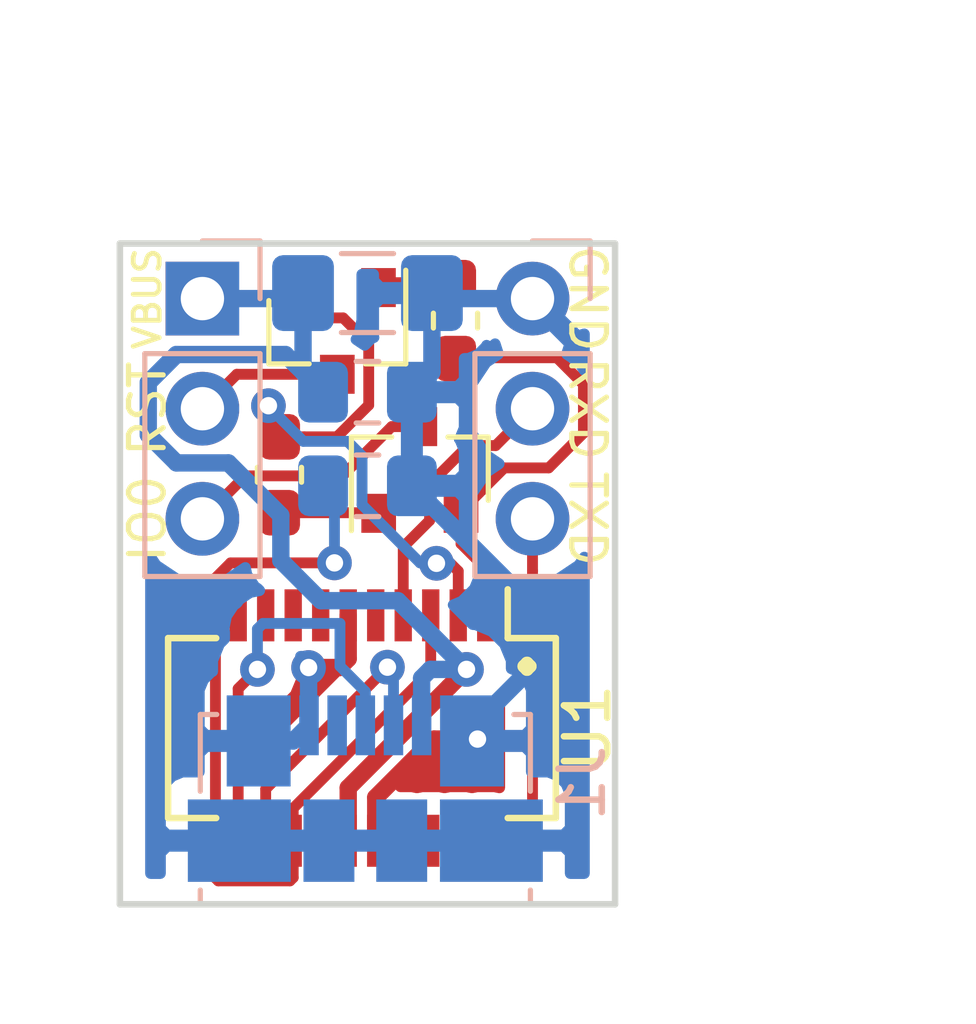
<source format=kicad_pcb>
(kicad_pcb (version 20171130) (host pcbnew 5.0.0)

  (general
    (thickness 1.6)
    (drawings 13)
    (tracks 130)
    (zones 0)
    (modules 11)
    (nets 24)
  )

  (page A4)
  (layers
    (0 F.Cu signal)
    (31 B.Cu signal)
    (32 B.Adhes user)
    (33 F.Adhes user)
    (34 B.Paste user)
    (35 F.Paste user)
    (36 B.SilkS user)
    (37 F.SilkS user)
    (38 B.Mask user)
    (39 F.Mask user)
    (40 Dwgs.User user)
    (41 Cmts.User user)
    (42 Eco1.User user)
    (43 Eco2.User user)
    (44 Edge.Cuts user)
    (45 Margin user)
    (46 B.CrtYd user)
    (47 F.CrtYd user)
    (48 B.Fab user)
    (49 F.Fab user)
  )

  (setup
    (last_trace_width 0.25)
    (trace_clearance 0.2)
    (zone_clearance 0.508)
    (zone_45_only no)
    (trace_min 0.2)
    (segment_width 0.2)
    (edge_width 0.15)
    (via_size 0.8)
    (via_drill 0.4)
    (via_min_size 0.4)
    (via_min_drill 0.3)
    (uvia_size 0.3)
    (uvia_drill 0.1)
    (uvias_allowed no)
    (uvia_min_size 0.2)
    (uvia_min_drill 0.1)
    (pcb_text_width 0.3)
    (pcb_text_size 1.5 1.5)
    (mod_edge_width 0.15)
    (mod_text_size 1 1)
    (mod_text_width 0.15)
    (pad_size 1.75 0.45)
    (pad_drill 0)
    (pad_to_mask_clearance 0.2)
    (aux_axis_origin 0 0)
    (visible_elements FFFFFF7F)
    (pcbplotparams
      (layerselection 0x010f0_ffffffff)
      (usegerberextensions true)
      (usegerberattributes false)
      (usegerberadvancedattributes false)
      (creategerberjobfile false)
      (excludeedgelayer true)
      (linewidth 0.100000)
      (plotframeref false)
      (viasonmask false)
      (mode 1)
      (useauxorigin false)
      (hpglpennumber 1)
      (hpglpenspeed 20)
      (hpglpendiameter 15.000000)
      (psnegative false)
      (psa4output false)
      (plotreference true)
      (plotvalue false)
      (plotinvisibletext false)
      (padsonsilk false)
      (subtractmaskfromsilk true)
      (outputformat 1)
      (mirror false)
      (drillshape 0)
      (scaleselection 1)
      (outputdirectory ""))
  )

  (net 0 "")
  (net 1 "Net-(Q1-Pad1)")
  (net 2 GND)
  (net 3 /3v3)
  (net 4 /USBDM)
  (net 5 /USBDP)
  (net 6 "Net-(Q2-Pad1)")
  (net 7 VBUS)
  (net 8 TXD)
  (net 9 RXD)
  (net 10 DTR)
  (net 11 RTS)
  (net 12 "Net-(J1-Pad4)")
  (net 13 RESET)
  (net 14 IO0)
  (net 15 "Net-(U1-Pad5)")
  (net 16 "Net-(U1-Pad7)")
  (net 17 "Net-(U1-Pad8)")
  (net 18 "Net-(U1-Pad9)")
  (net 19 "Net-(U1-Pad10)")
  (net 20 "Net-(U1-Pad14)")
  (net 21 "Net-(U1-Pad17)")
  (net 22 "Net-(U1-Pad18)")
  (net 23 "Net-(U1-Pad19)")

  (net_class Default "これはデフォルトのネット クラスです。"
    (clearance 0.2)
    (trace_width 0.25)
    (via_dia 0.8)
    (via_drill 0.4)
    (uvia_dia 0.3)
    (uvia_drill 0.1)
    (add_net /3v3)
    (add_net /USBDM)
    (add_net /USBDP)
    (add_net DTR)
    (add_net IO0)
    (add_net "Net-(J1-Pad4)")
    (add_net "Net-(Q1-Pad1)")
    (add_net "Net-(Q2-Pad1)")
    (add_net "Net-(U1-Pad10)")
    (add_net "Net-(U1-Pad14)")
    (add_net "Net-(U1-Pad17)")
    (add_net "Net-(U1-Pad18)")
    (add_net "Net-(U1-Pad19)")
    (add_net "Net-(U1-Pad5)")
    (add_net "Net-(U1-Pad7)")
    (add_net "Net-(U1-Pad8)")
    (add_net "Net-(U1-Pad9)")
    (add_net RESET)
    (add_net RTS)
    (add_net RXD)
    (add_net TXD)
  )

  (net_class Power ""
    (clearance 0.2)
    (trace_width 0.4)
    (via_dia 0.8)
    (via_drill 0.4)
    (uvia_dia 0.3)
    (uvia_drill 0.1)
    (add_net GND)
    (add_net VBUS)
  )

  (module Capacitor_SMD:C_0805_2012Metric_Pad1.15x1.40mm_HandSolder (layer B.Cu) (tedit 5BE57C01) (tstamp 5BA72743)
    (at 151.13 101.219)
    (descr "Capacitor SMD 0805 (2012 Metric), square (rectangular) end terminal, IPC_7351 nominal with elongated pad for handsoldering. (Body size source: https://docs.google.com/spreadsheets/d/1BsfQQcO9C6DZCsRaXUlFlo91Tg2WpOkGARC1WS5S8t0/edit?usp=sharing), generated with kicad-footprint-generator")
    (tags "capacitor handsolder")
    (path /5BA5A511)
    (attr smd)
    (fp_text reference C1 (at 0 1.524) (layer B.SilkS) hide
      (effects (font (size 0.8 0.8) (thickness 0.12)) (justify mirror))
    )
    (fp_text value 0.1uF (at 0 -1.65) (layer B.Fab)
      (effects (font (size 1 1) (thickness 0.15)) (justify mirror))
    )
    (fp_line (start -1 -0.6) (end -1 0.6) (layer B.Fab) (width 0.1))
    (fp_line (start -1 0.6) (end 1 0.6) (layer B.Fab) (width 0.1))
    (fp_line (start 1 0.6) (end 1 -0.6) (layer B.Fab) (width 0.1))
    (fp_line (start 1 -0.6) (end -1 -0.6) (layer B.Fab) (width 0.1))
    (fp_line (start -0.261252 0.71) (end 0.261252 0.71) (layer B.SilkS) (width 0.12))
    (fp_line (start -0.261252 -0.71) (end 0.261252 -0.71) (layer B.SilkS) (width 0.12))
    (fp_line (start -1.85 -0.95) (end -1.85 0.95) (layer B.CrtYd) (width 0.05))
    (fp_line (start -1.85 0.95) (end 1.85 0.95) (layer B.CrtYd) (width 0.05))
    (fp_line (start 1.85 0.95) (end 1.85 -0.95) (layer B.CrtYd) (width 0.05))
    (fp_line (start 1.85 -0.95) (end -1.85 -0.95) (layer B.CrtYd) (width 0.05))
    (fp_text user %R (at 0 0) (layer B.Fab)
      (effects (font (size 0.5 0.5) (thickness 0.08)) (justify mirror))
    )
    (pad 1 smd roundrect (at -1.025 0) (size 1.15 1.4) (layers B.Cu B.Paste B.Mask) (roundrect_rratio 0.217391)
      (net 7 VBUS))
    (pad 2 smd roundrect (at 1.025 0) (size 1.15 1.4) (layers B.Cu B.Paste B.Mask) (roundrect_rratio 0.217391)
      (net 2 GND))
    (model ${KISYS3DMOD}/Capacitor_SMD.3dshapes/C_0805_2012Metric.wrl
      (at (xyz 0 0 0))
      (scale (xyz 1 1 1))
      (rotate (xyz 0 0 0))
    )
  )

  (module Capacitor_SMD:C_1206_3216Metric_Pad1.42x1.75mm_HandSolder (layer B.Cu) (tedit 5BE57BF1) (tstamp 5BA72754)
    (at 151.13 98.933)
    (descr "Capacitor SMD 1206 (3216 Metric), square (rectangular) end terminal, IPC_7351 nominal with elongated pad for handsoldering. (Body size source: http://www.tortai-tech.com/upload/download/2011102023233369053.pdf), generated with kicad-footprint-generator")
    (tags "capacitor handsolder")
    (path /5BA5A5A4)
    (attr smd)
    (fp_text reference C2 (at 2.286 -1.397) (layer B.SilkS) hide
      (effects (font (size 0.8 0.8) (thickness 0.12)) (justify mirror))
    )
    (fp_text value 10uF (at 0 -1.82) (layer B.Fab)
      (effects (font (size 1 1) (thickness 0.15)) (justify mirror))
    )
    (fp_line (start -1.6 -0.8) (end -1.6 0.8) (layer B.Fab) (width 0.1))
    (fp_line (start -1.6 0.8) (end 1.6 0.8) (layer B.Fab) (width 0.1))
    (fp_line (start 1.6 0.8) (end 1.6 -0.8) (layer B.Fab) (width 0.1))
    (fp_line (start 1.6 -0.8) (end -1.6 -0.8) (layer B.Fab) (width 0.1))
    (fp_line (start -0.602064 0.91) (end 0.602064 0.91) (layer B.SilkS) (width 0.12))
    (fp_line (start -0.602064 -0.91) (end 0.602064 -0.91) (layer B.SilkS) (width 0.12))
    (fp_line (start -2.45 -1.12) (end -2.45 1.12) (layer B.CrtYd) (width 0.05))
    (fp_line (start -2.45 1.12) (end 2.45 1.12) (layer B.CrtYd) (width 0.05))
    (fp_line (start 2.45 1.12) (end 2.45 -1.12) (layer B.CrtYd) (width 0.05))
    (fp_line (start 2.45 -1.12) (end -2.45 -1.12) (layer B.CrtYd) (width 0.05))
    (fp_text user %R (at 0 0) (layer B.Fab)
      (effects (font (size 0.8 0.8) (thickness 0.12)) (justify mirror))
    )
    (pad 1 smd roundrect (at -1.4875 0) (size 1.425 1.75) (layers B.Cu B.Paste B.Mask) (roundrect_rratio 0.175439)
      (net 7 VBUS))
    (pad 2 smd roundrect (at 1.4875 0) (size 1.425 1.75) (layers B.Cu B.Paste B.Mask) (roundrect_rratio 0.175439)
      (net 2 GND))
    (model ${KISYS3DMOD}/Capacitor_SMD.3dshapes/C_1206_3216Metric.wrl
      (at (xyz 0 0 0))
      (scale (xyz 1 1 1))
      (rotate (xyz 0 0 0))
    )
  )

  (module Connector_USB:USB_Micro-B_Molex_47346-0001 (layer B.Cu) (tedit 5A1DC0BD) (tstamp 5BA72774)
    (at 151.0805 110.363 180)
    (descr "Micro USB B receptable with flange, bottom-mount, SMD, right-angle (http://www.molex.com/pdm_docs/sd/473460001_sd.pdf)")
    (tags "Micro B USB SMD")
    (path /5BA66B76)
    (attr smd)
    (fp_text reference J1 (at -5.0025 0.127 -90) (layer B.SilkS)
      (effects (font (size 1 1) (thickness 0.15)) (justify mirror))
    )
    (fp_text value USB_B_Micro (at 0 -4.6) (layer B.Fab)
      (effects (font (size 1 1) (thickness 0.15)) (justify mirror))
    )
    (fp_text user "PCB Edge" (at 0 -2.67) (layer Dwgs.User)
      (effects (font (size 0.4 0.4) (thickness 0.04)))
    )
    (fp_text user %R (at 0 -1.2 180) (layer B.Fab)
      (effects (font (size 1 1) (thickness 0.15)) (justify mirror))
    )
    (fp_line (start 3.81 1.71) (end 3.43 1.71) (layer B.SilkS) (width 0.12))
    (fp_line (start 4.6 -3.9) (end -4.6 -3.9) (layer B.CrtYd) (width 0.05))
    (fp_line (start 4.6 2.7) (end 4.6 -3.9) (layer B.CrtYd) (width 0.05))
    (fp_line (start -4.6 2.7) (end 4.6 2.7) (layer B.CrtYd) (width 0.05))
    (fp_line (start -4.6 -3.9) (end -4.6 2.7) (layer B.CrtYd) (width 0.05))
    (fp_line (start 3.75 -3.35) (end -3.75 -3.35) (layer B.Fab) (width 0.1))
    (fp_line (start 3.75 1.65) (end 3.75 -3.35) (layer B.Fab) (width 0.1))
    (fp_line (start -3.75 1.65) (end 3.75 1.65) (layer B.Fab) (width 0.1))
    (fp_line (start -3.75 -3.35) (end -3.75 1.65) (layer B.Fab) (width 0.1))
    (fp_line (start 3.81 -2.34) (end 3.81 -2.6) (layer B.SilkS) (width 0.12))
    (fp_line (start 3.81 1.71) (end 3.81 -0.06) (layer B.SilkS) (width 0.12))
    (fp_line (start -3.81 1.71) (end -3.43 1.71) (layer B.SilkS) (width 0.12))
    (fp_line (start -3.81 -0.06) (end -3.81 1.71) (layer B.SilkS) (width 0.12))
    (fp_line (start -3.81 -2.6) (end -3.81 -2.34) (layer B.SilkS) (width 0.12))
    (fp_line (start -3.25 -2.65) (end 3.25 -2.65) (layer B.Fab) (width 0.1))
    (pad 1 smd rect (at -1.3 1.46 180) (size 0.45 1.38) (layers B.Cu B.Paste B.Mask)
      (net 7 VBUS))
    (pad 2 smd rect (at -0.65 1.46 180) (size 0.45 1.38) (layers B.Cu B.Paste B.Mask)
      (net 4 /USBDM))
    (pad 3 smd rect (at 0 1.46 180) (size 0.45 1.38) (layers B.Cu B.Paste B.Mask)
      (net 5 /USBDP))
    (pad 4 smd rect (at 0.65 1.46 180) (size 0.45 1.38) (layers B.Cu B.Paste B.Mask)
      (net 12 "Net-(J1-Pad4)"))
    (pad 5 smd rect (at 1.3 1.46 180) (size 0.45 1.38) (layers B.Cu B.Paste B.Mask)
      (net 2 GND))
    (pad 6 smd rect (at -2.4625 1.1 180) (size 1.475 2.1) (layers B.Cu B.Paste B.Mask)
      (net 2 GND))
    (pad 6 smd rect (at 2.4625 1.1 180) (size 1.475 2.1) (layers B.Cu B.Paste B.Mask)
      (net 2 GND))
    (pad 6 smd rect (at -2.91 -1.2 180) (size 2.375 1.9) (layers B.Cu B.Paste B.Mask)
      (net 2 GND))
    (pad 6 smd rect (at 2.91 -1.2 180) (size 2.375 1.9) (layers B.Cu B.Paste B.Mask)
      (net 2 GND))
    (pad 6 smd rect (at -0.84 -1.2 180) (size 1.175 1.9) (layers B.Cu B.Paste B.Mask)
      (net 2 GND))
    (pad 6 smd rect (at 0.84 -1.2 180) (size 1.175 1.9) (layers B.Cu B.Paste B.Mask)
      (net 2 GND))
    (model ${KISYS3DMOD}/Connector_USB.3dshapes/USB_Micro-B_Molex_47346-0001.wrl
      (at (xyz 0 0 0))
      (scale (xyz 1 1 1))
      (rotate (xyz 0 0 0))
    )
  )

  (module Package_TO_SOT_SMD:SOT-23 (layer F.Cu) (tedit 5BE57C8A) (tstamp 5BA727A3)
    (at 152.339 103.013 90)
    (descr "SOT-23, Standard")
    (tags SOT-23)
    (path /5BA6719F)
    (attr smd)
    (fp_text reference Q1 (at 1.397 -1.651) (layer F.SilkS) hide
      (effects (font (size 0.8 0.8) (thickness 0.12)))
    )
    (fp_text value S9013 (at 0 2.5 90) (layer F.Fab)
      (effects (font (size 1 1) (thickness 0.15)))
    )
    (fp_text user %R (at 0 0 180) (layer F.Fab)
      (effects (font (size 0.5 0.5) (thickness 0.075)))
    )
    (fp_line (start -0.7 -0.95) (end -0.7 1.5) (layer F.Fab) (width 0.1))
    (fp_line (start -0.15 -1.52) (end 0.7 -1.52) (layer F.Fab) (width 0.1))
    (fp_line (start -0.7 -0.95) (end -0.15 -1.52) (layer F.Fab) (width 0.1))
    (fp_line (start 0.7 -1.52) (end 0.7 1.52) (layer F.Fab) (width 0.1))
    (fp_line (start -0.7 1.52) (end 0.7 1.52) (layer F.Fab) (width 0.1))
    (fp_line (start 0.76 1.58) (end 0.76 0.65) (layer F.SilkS) (width 0.12))
    (fp_line (start 0.76 -1.58) (end 0.76 -0.65) (layer F.SilkS) (width 0.12))
    (fp_line (start -1.7 -1.75) (end 1.7 -1.75) (layer F.CrtYd) (width 0.05))
    (fp_line (start 1.7 -1.75) (end 1.7 1.75) (layer F.CrtYd) (width 0.05))
    (fp_line (start 1.7 1.75) (end -1.7 1.75) (layer F.CrtYd) (width 0.05))
    (fp_line (start -1.7 1.75) (end -1.7 -1.75) (layer F.CrtYd) (width 0.05))
    (fp_line (start 0.76 -1.58) (end -1.4 -1.58) (layer F.SilkS) (width 0.12))
    (fp_line (start 0.76 1.58) (end -0.7 1.58) (layer F.SilkS) (width 0.12))
    (pad 1 smd rect (at -1 -0.95 90) (size 0.9 0.8) (layers F.Cu F.Paste F.Mask)
      (net 1 "Net-(Q1-Pad1)"))
    (pad 2 smd rect (at -1 0.95 90) (size 0.9 0.8) (layers F.Cu F.Paste F.Mask)
      (net 10 DTR))
    (pad 3 smd rect (at 1 0 90) (size 0.9 0.8) (layers F.Cu F.Paste F.Mask)
      (net 14 IO0))
    (model ${KISYS3DMOD}/Package_TO_SOT_SMD.3dshapes/SOT-23.wrl
      (at (xyz 0 0 0))
      (scale (xyz 1 1 1))
      (rotate (xyz 0 0 0))
    )
  )

  (module Package_TO_SOT_SMD:SOT-23 (layer F.Cu) (tedit 5BE57C94) (tstamp 5BA727B8)
    (at 150.434 99.806 270)
    (descr "SOT-23, Standard")
    (tags SOT-23)
    (path /5BA6726F)
    (attr smd)
    (fp_text reference Q2 (at 1.143 -2.413) (layer F.SilkS) hide
      (effects (font (size 0.8 0.8) (thickness 0.12)))
    )
    (fp_text value S9013 (at 0 2.5 270) (layer F.Fab)
      (effects (font (size 1 1) (thickness 0.15)))
    )
    (fp_line (start 0.76 1.58) (end -0.7 1.58) (layer F.SilkS) (width 0.12))
    (fp_line (start 0.76 -1.58) (end -1.4 -1.58) (layer F.SilkS) (width 0.12))
    (fp_line (start -1.7 1.75) (end -1.7 -1.75) (layer F.CrtYd) (width 0.05))
    (fp_line (start 1.7 1.75) (end -1.7 1.75) (layer F.CrtYd) (width 0.05))
    (fp_line (start 1.7 -1.75) (end 1.7 1.75) (layer F.CrtYd) (width 0.05))
    (fp_line (start -1.7 -1.75) (end 1.7 -1.75) (layer F.CrtYd) (width 0.05))
    (fp_line (start 0.76 -1.58) (end 0.76 -0.65) (layer F.SilkS) (width 0.12))
    (fp_line (start 0.76 1.58) (end 0.76 0.65) (layer F.SilkS) (width 0.12))
    (fp_line (start -0.7 1.52) (end 0.7 1.52) (layer F.Fab) (width 0.1))
    (fp_line (start 0.7 -1.52) (end 0.7 1.52) (layer F.Fab) (width 0.1))
    (fp_line (start -0.7 -0.95) (end -0.15 -1.52) (layer F.Fab) (width 0.1))
    (fp_line (start -0.15 -1.52) (end 0.7 -1.52) (layer F.Fab) (width 0.1))
    (fp_line (start -0.7 -0.95) (end -0.7 1.5) (layer F.Fab) (width 0.1))
    (fp_text user %R (at 0 0) (layer F.Fab)
      (effects (font (size 0.5 0.5) (thickness 0.075)))
    )
    (pad 3 smd rect (at 1 0 270) (size 0.9 0.8) (layers F.Cu F.Paste F.Mask)
      (net 13 RESET))
    (pad 2 smd rect (at -1 0.95 270) (size 0.9 0.8) (layers F.Cu F.Paste F.Mask)
      (net 11 RTS))
    (pad 1 smd rect (at -1 -0.95 270) (size 0.9 0.8) (layers F.Cu F.Paste F.Mask)
      (net 6 "Net-(Q2-Pad1)"))
    (model ${KISYS3DMOD}/Package_TO_SOT_SMD.3dshapes/SOT-23.wrl
      (at (xyz 0 0 0))
      (scale (xyz 1 1 1))
      (rotate (xyz 0 0 0))
    )
  )

  (module Connector_PinHeader_2.54mm:PinHeader_1x03_P2.54mm_Vertical (layer B.Cu) (tedit 5BA633B0) (tstamp 5BA72DBC)
    (at 147.32 99.06 180)
    (descr "Through hole straight pin header, 1x03, 2.54mm pitch, single row")
    (tags "Through hole pin header THT 1x03 2.54mm single row")
    (path /5BA5AB51)
    (fp_text reference J2 (at 0 2.33 180) (layer B.SilkS) hide
      (effects (font (size 1 1) (thickness 0.15)) (justify mirror))
    )
    (fp_text value Conn_01x06 (at 0 -7.41 180) (layer B.Fab)
      (effects (font (size 1 1) (thickness 0.15)) (justify mirror))
    )
    (fp_line (start -0.635 1.27) (end 1.27 1.27) (layer B.Fab) (width 0.1))
    (fp_line (start 1.27 1.27) (end 1.27 -6.35) (layer B.Fab) (width 0.1))
    (fp_line (start 1.27 -6.35) (end -1.27 -6.35) (layer B.Fab) (width 0.1))
    (fp_line (start -1.27 -6.35) (end -1.27 0.635) (layer B.Fab) (width 0.1))
    (fp_line (start -1.27 0.635) (end -0.635 1.27) (layer B.Fab) (width 0.1))
    (fp_line (start -1.33 -6.41) (end 1.33 -6.41) (layer B.SilkS) (width 0.12))
    (fp_line (start -1.33 -1.27) (end -1.33 -6.41) (layer B.SilkS) (width 0.12))
    (fp_line (start 1.33 -1.27) (end 1.33 -6.41) (layer B.SilkS) (width 0.12))
    (fp_line (start -1.33 -1.27) (end 1.33 -1.27) (layer B.SilkS) (width 0.12))
    (fp_line (start -1.33 0) (end -1.33 1.33) (layer B.SilkS) (width 0.12))
    (fp_line (start -1.33 1.33) (end 0 1.33) (layer B.SilkS) (width 0.12))
    (fp_line (start -1.8 1.8) (end -1.8 -6.85) (layer B.CrtYd) (width 0.05))
    (fp_line (start -1.8 -6.85) (end 1.8 -6.85) (layer B.CrtYd) (width 0.05))
    (fp_line (start 1.8 -6.85) (end 1.8 1.8) (layer B.CrtYd) (width 0.05))
    (fp_line (start 1.8 1.8) (end -1.8 1.8) (layer B.CrtYd) (width 0.05))
    (fp_text user %R (at 0 -2.54 90) (layer B.Fab)
      (effects (font (size 1 1) (thickness 0.15)) (justify mirror))
    )
    (pad 1 thru_hole rect (at 0 0 180) (size 1.7 1.7) (drill 1) (layers *.Cu *.Mask)
      (net 7 VBUS))
    (pad 2 thru_hole oval (at 0 -2.54 180) (size 1.7 1.7) (drill 1) (layers *.Cu *.Mask)
      (net 13 RESET))
    (pad 3 thru_hole oval (at 0 -5.08 180) (size 1.7 1.7) (drill 1) (layers *.Cu *.Mask)
      (net 14 IO0))
    (model ${KISYS3DMOD}/Connector_PinHeader_2.54mm.3dshapes/PinHeader_1x03_P2.54mm_Vertical.wrl
      (at (xyz 0 0 0))
      (scale (xyz 1 1 1))
      (rotate (xyz 0 0 0))
    )
  )

  (module Connector_PinHeader_2.54mm:PinHeader_1x03_P2.54mm_Vertical (layer B.Cu) (tedit 5BA633AC) (tstamp 5BA72DD2)
    (at 154.94 99.06 180)
    (descr "Through hole straight pin header, 1x03, 2.54mm pitch, single row")
    (tags "Through hole pin header THT 1x03 2.54mm single row")
    (path /5BA5F229)
    (fp_text reference J3 (at 0 2.032 180) (layer B.SilkS) hide
      (effects (font (size 1 1) (thickness 0.15)) (justify mirror))
    )
    (fp_text value Conn_01x06 (at 0 -7.41 180) (layer B.Fab)
      (effects (font (size 1 1) (thickness 0.15)) (justify mirror))
    )
    (fp_text user %R (at 0 -2.54 90) (layer B.Fab)
      (effects (font (size 1 1) (thickness 0.15)) (justify mirror))
    )
    (fp_line (start 1.8 1.8) (end -1.8 1.8) (layer B.CrtYd) (width 0.05))
    (fp_line (start 1.8 -6.85) (end 1.8 1.8) (layer B.CrtYd) (width 0.05))
    (fp_line (start -1.8 -6.85) (end 1.8 -6.85) (layer B.CrtYd) (width 0.05))
    (fp_line (start -1.8 1.8) (end -1.8 -6.85) (layer B.CrtYd) (width 0.05))
    (fp_line (start -1.33 1.33) (end 0 1.33) (layer B.SilkS) (width 0.12))
    (fp_line (start -1.33 0) (end -1.33 1.33) (layer B.SilkS) (width 0.12))
    (fp_line (start -1.33 -1.27) (end 1.33 -1.27) (layer B.SilkS) (width 0.12))
    (fp_line (start 1.33 -1.27) (end 1.33 -6.41) (layer B.SilkS) (width 0.12))
    (fp_line (start -1.33 -1.27) (end -1.33 -6.41) (layer B.SilkS) (width 0.12))
    (fp_line (start -1.33 -6.41) (end 1.33 -6.41) (layer B.SilkS) (width 0.12))
    (fp_line (start -1.27 0.635) (end -0.635 1.27) (layer B.Fab) (width 0.1))
    (fp_line (start -1.27 -6.35) (end -1.27 0.635) (layer B.Fab) (width 0.1))
    (fp_line (start 1.27 -6.35) (end -1.27 -6.35) (layer B.Fab) (width 0.1))
    (fp_line (start 1.27 1.27) (end 1.27 -6.35) (layer B.Fab) (width 0.1))
    (fp_line (start -0.635 1.27) (end 1.27 1.27) (layer B.Fab) (width 0.1))
    (pad 3 thru_hole oval (at 0 -5.08 180) (size 1.7 1.7) (drill 1) (layers *.Cu *.Mask)
      (net 8 TXD))
    (pad 2 thru_hole oval (at 0 -2.54 180) (size 1.7 1.7) (drill 1) (layers *.Cu *.Mask)
      (net 9 RXD))
    (pad 1 thru_hole circle (at 0 0 180) (size 1.7 1.7) (drill 1) (layers *.Cu *.Mask)
      (net 2 GND))
    (model ${KISYS3DMOD}/Connector_PinHeader_2.54mm.3dshapes/PinHeader_1x03_P2.54mm_Vertical.wrl
      (at (xyz 0 0 0))
      (scale (xyz 1 1 1))
      (rotate (xyz 0 0 0))
    )
  )

  (module Capacitor_SMD:C_0805_2012Metric_Pad1.15x1.40mm_HandSolder (layer B.Cu) (tedit 5BE57CA8) (tstamp 5BA7368B)
    (at 151.13 103.378)
    (descr "Capacitor SMD 0805 (2012 Metric), square (rectangular) end terminal, IPC_7351 nominal with elongated pad for handsoldering. (Body size source: https://docs.google.com/spreadsheets/d/1BsfQQcO9C6DZCsRaXUlFlo91Tg2WpOkGARC1WS5S8t0/edit?usp=sharing), generated with kicad-footprint-generator")
    (tags "capacitor handsolder")
    (path /5BA5F7DD)
    (attr smd)
    (fp_text reference C3 (at -1.778 -1.397) (layer B.SilkS) hide
      (effects (font (size 0.8 0.8) (thickness 0.12)) (justify mirror))
    )
    (fp_text value 0.1uF (at 0 -1.65) (layer B.Fab)
      (effects (font (size 1 1) (thickness 0.15)) (justify mirror))
    )
    (fp_line (start -1 -0.6) (end -1 0.6) (layer B.Fab) (width 0.1))
    (fp_line (start -1 0.6) (end 1 0.6) (layer B.Fab) (width 0.1))
    (fp_line (start 1 0.6) (end 1 -0.6) (layer B.Fab) (width 0.1))
    (fp_line (start 1 -0.6) (end -1 -0.6) (layer B.Fab) (width 0.1))
    (fp_line (start -0.261252 0.71) (end 0.261252 0.71) (layer B.SilkS) (width 0.12))
    (fp_line (start -0.261252 -0.71) (end 0.261252 -0.71) (layer B.SilkS) (width 0.12))
    (fp_line (start -1.85 -0.95) (end -1.85 0.95) (layer B.CrtYd) (width 0.05))
    (fp_line (start -1.85 0.95) (end 1.85 0.95) (layer B.CrtYd) (width 0.05))
    (fp_line (start 1.85 0.95) (end 1.85 -0.95) (layer B.CrtYd) (width 0.05))
    (fp_line (start 1.85 -0.95) (end -1.85 -0.95) (layer B.CrtYd) (width 0.05))
    (fp_text user %R (at 0 0) (layer B.Fab)
      (effects (font (size 0.5 0.5) (thickness 0.08)) (justify mirror))
    )
    (pad 1 smd roundrect (at -1.025 0) (size 1.15 1.4) (layers B.Cu B.Paste B.Mask) (roundrect_rratio 0.217391)
      (net 3 /3v3))
    (pad 2 smd roundrect (at 1.025 0) (size 1.15 1.4) (layers B.Cu B.Paste B.Mask) (roundrect_rratio 0.217391)
      (net 2 GND))
    (model ${KISYS3DMOD}/Capacitor_SMD.3dshapes/C_0805_2012Metric.wrl
      (at (xyz 0 0 0))
      (scale (xyz 1 1 1))
      (rotate (xyz 0 0 0))
    )
  )

  (module Resistor_SMD:R_0603_1608Metric_Pad1.05x0.95mm_HandSolder (layer F.Cu) (tedit 5BE57C2E) (tstamp 5BA83693)
    (at 149.098 103.124 270)
    (descr "Resistor SMD 0603 (1608 Metric), square (rectangular) end terminal, IPC_7351 nominal with elongated pad for handsoldering. (Body size source: http://www.tortai-tech.com/upload/download/2011102023233369053.pdf), generated with kicad-footprint-generator")
    (tags "resistor handsolder")
    (path /5BA71853)
    (attr smd)
    (fp_text reference R1 (at -2.413 0 270) (layer F.SilkS) hide
      (effects (font (size 0.8 0.8) (thickness 0.12)))
    )
    (fp_text value 10K (at 0 1.43 270) (layer F.Fab)
      (effects (font (size 1 1) (thickness 0.15)))
    )
    (fp_line (start -0.8 0.4) (end -0.8 -0.4) (layer F.Fab) (width 0.1))
    (fp_line (start -0.8 -0.4) (end 0.8 -0.4) (layer F.Fab) (width 0.1))
    (fp_line (start 0.8 -0.4) (end 0.8 0.4) (layer F.Fab) (width 0.1))
    (fp_line (start 0.8 0.4) (end -0.8 0.4) (layer F.Fab) (width 0.1))
    (fp_line (start -0.171267 -0.51) (end 0.171267 -0.51) (layer F.SilkS) (width 0.12))
    (fp_line (start -0.171267 0.51) (end 0.171267 0.51) (layer F.SilkS) (width 0.12))
    (fp_line (start -1.65 0.73) (end -1.65 -0.73) (layer F.CrtYd) (width 0.05))
    (fp_line (start -1.65 -0.73) (end 1.65 -0.73) (layer F.CrtYd) (width 0.05))
    (fp_line (start 1.65 -0.73) (end 1.65 0.73) (layer F.CrtYd) (width 0.05))
    (fp_line (start 1.65 0.73) (end -1.65 0.73) (layer F.CrtYd) (width 0.05))
    (fp_text user %R (at 0 0 270) (layer F.Fab)
      (effects (font (size 0.4 0.4) (thickness 0.06)))
    )
    (pad 1 smd roundrect (at -0.875 0 270) (size 1.05 0.95) (layers F.Cu F.Paste F.Mask) (roundrect_rratio 0.25)
      (net 11 RTS))
    (pad 2 smd roundrect (at 0.875 0 270) (size 1.05 0.95) (layers F.Cu F.Paste F.Mask) (roundrect_rratio 0.25)
      (net 1 "Net-(Q1-Pad1)"))
    (model ${KISYS3DMOD}/Resistor_SMD.3dshapes/R_0603_1608Metric.wrl
      (at (xyz 0 0 0))
      (scale (xyz 1 1 1))
      (rotate (xyz 0 0 0))
    )
  )

  (module Resistor_SMD:R_0603_1608Metric_Pad1.05x0.95mm_HandSolder (layer F.Cu) (tedit 5BE57C23) (tstamp 5BA836A4)
    (at 153.162 99.568 90)
    (descr "Resistor SMD 0603 (1608 Metric), square (rectangular) end terminal, IPC_7351 nominal with elongated pad for handsoldering. (Body size source: http://www.tortai-tech.com/upload/download/2011102023233369053.pdf), generated with kicad-footprint-generator")
    (tags "resistor handsolder")
    (path /5BA71955)
    (attr smd)
    (fp_text reference R2 (at -2.413 0 90) (layer F.SilkS) hide
      (effects (font (size 0.8 0.8) (thickness 0.12)))
    )
    (fp_text value 10K (at 0 1.43 90) (layer F.Fab)
      (effects (font (size 1 1) (thickness 0.15)))
    )
    (fp_text user %R (at 0 0 90) (layer F.Fab)
      (effects (font (size 0.4 0.4) (thickness 0.06)))
    )
    (fp_line (start 1.65 0.73) (end -1.65 0.73) (layer F.CrtYd) (width 0.05))
    (fp_line (start 1.65 -0.73) (end 1.65 0.73) (layer F.CrtYd) (width 0.05))
    (fp_line (start -1.65 -0.73) (end 1.65 -0.73) (layer F.CrtYd) (width 0.05))
    (fp_line (start -1.65 0.73) (end -1.65 -0.73) (layer F.CrtYd) (width 0.05))
    (fp_line (start -0.171267 0.51) (end 0.171267 0.51) (layer F.SilkS) (width 0.12))
    (fp_line (start -0.171267 -0.51) (end 0.171267 -0.51) (layer F.SilkS) (width 0.12))
    (fp_line (start 0.8 0.4) (end -0.8 0.4) (layer F.Fab) (width 0.1))
    (fp_line (start 0.8 -0.4) (end 0.8 0.4) (layer F.Fab) (width 0.1))
    (fp_line (start -0.8 -0.4) (end 0.8 -0.4) (layer F.Fab) (width 0.1))
    (fp_line (start -0.8 0.4) (end -0.8 -0.4) (layer F.Fab) (width 0.1))
    (pad 2 smd roundrect (at 0.875 0 90) (size 1.05 0.95) (layers F.Cu F.Paste F.Mask) (roundrect_rratio 0.25)
      (net 6 "Net-(Q2-Pad1)"))
    (pad 1 smd roundrect (at -0.875 0 90) (size 1.05 0.95) (layers F.Cu F.Paste F.Mask) (roundrect_rratio 0.25)
      (net 10 DTR))
    (model ${KISYS3DMOD}/Resistor_SMD.3dshapes/R_0603_1608Metric.wrl
      (at (xyz 0 0 0))
      (scale (xyz 1 1 1))
      (rotate (xyz 0 0 0))
    )
  )

  (module Package_SO:SSOP-20_3.9x8.7mm_P0.635mm (layer F.Cu) (tedit 5A4A2523) (tstamp 5BE65848)
    (at 151.003 108.966 270)
    (descr "SSOP20: plastic shrink small outline package; 24 leads; body width 3.9 mm; lead pitch 0.635; (see http://www.ftdichip.com/Support/Documents/DataSheets/ICs/DS_FT231X.pdf)")
    (tags "SSOP 0.635")
    (path /5BE56CB0)
    (attr smd)
    (fp_text reference U1 (at 0 -5.207 270) (layer F.SilkS)
      (effects (font (size 1 1) (thickness 0.15)))
    )
    (fp_text value FT231XS (at 0 5.4 270) (layer F.Fab)
      (effects (font (size 1 1) (thickness 0.15)))
    )
    (fp_line (start -0.95 -4.35) (end 1.95 -4.35) (layer F.Fab) (width 0.15))
    (fp_line (start 1.95 -4.35) (end 1.95 4.35) (layer F.Fab) (width 0.15))
    (fp_line (start 1.95 4.35) (end -1.95 4.35) (layer F.Fab) (width 0.15))
    (fp_line (start -1.95 4.35) (end -1.95 -3.35) (layer F.Fab) (width 0.15))
    (fp_line (start -1.95 -3.35) (end -0.95 -4.35) (layer F.Fab) (width 0.15))
    (fp_line (start -3.45 -4.65) (end -3.45 4.65) (layer F.CrtYd) (width 0.05))
    (fp_line (start 3.45 -4.65) (end 3.45 4.65) (layer F.CrtYd) (width 0.05))
    (fp_line (start -3.45 -4.65) (end 3.45 -4.65) (layer F.CrtYd) (width 0.05))
    (fp_line (start -3.45 4.65) (end 3.45 4.65) (layer F.CrtYd) (width 0.05))
    (fp_line (start -2.075 -3.365) (end -2.075 -4.475) (layer F.SilkS) (width 0.15))
    (fp_line (start 2.075 -4.475) (end 2.075 -3.365) (layer F.SilkS) (width 0.15))
    (fp_line (start 2.075 4.475) (end 2.075 3.365) (layer F.SilkS) (width 0.15))
    (fp_line (start -2.075 4.475) (end -2.075 3.365) (layer F.SilkS) (width 0.15))
    (fp_line (start -2.075 -4.475) (end 2.075 -4.475) (layer F.SilkS) (width 0.15))
    (fp_line (start -2.075 4.475) (end 2.075 4.475) (layer F.SilkS) (width 0.15))
    (fp_line (start -2.075 -3.365) (end -3.2 -3.365) (layer F.SilkS) (width 0.15))
    (fp_text user %R (at 0 0 270) (layer F.Fab)
      (effects (font (size 0.8 0.8) (thickness 0.15)))
    )
    (pad 1 smd rect (at -2.6 -2.8575 270) (size 1.2 0.4) (layers F.Cu F.Paste F.Mask)
      (net 10 DTR))
    (pad 2 smd rect (at -2.6 -2.2225 270) (size 1.2 0.4) (layers F.Cu F.Paste F.Mask)
      (net 11 RTS))
    (pad 3 smd rect (at -2.6 -1.5875 270) (size 1.2 0.4) (layers F.Cu F.Paste F.Mask)
      (net 3 /3v3))
    (pad 4 smd rect (at -2.6 -0.9525 270) (size 1.2 0.4) (layers F.Cu F.Paste F.Mask)
      (net 9 RXD))
    (pad 5 smd rect (at -2.6 -0.3175 270) (size 1.2 0.4) (layers F.Cu F.Paste F.Mask)
      (net 15 "Net-(U1-Pad5)"))
    (pad 6 smd rect (at -2.6 0.3175 270) (size 1.2 0.4) (layers F.Cu F.Paste F.Mask)
      (net 2 GND))
    (pad 7 smd rect (at -2.6 0.9525 270) (size 1.2 0.4) (layers F.Cu F.Paste F.Mask)
      (net 16 "Net-(U1-Pad7)"))
    (pad 8 smd rect (at -2.6 1.5875 270) (size 1.2 0.4) (layers F.Cu F.Paste F.Mask)
      (net 17 "Net-(U1-Pad8)"))
    (pad 9 smd rect (at -2.6 2.2225 270) (size 1.2 0.4) (layers F.Cu F.Paste F.Mask)
      (net 18 "Net-(U1-Pad9)"))
    (pad 10 smd rect (at -2.6 2.8575 270) (size 1.2 0.4) (layers F.Cu F.Paste F.Mask)
      (net 19 "Net-(U1-Pad10)"))
    (pad 11 smd rect (at 2.6 2.8575 270) (size 1.2 0.4) (layers F.Cu F.Paste F.Mask)
      (net 5 /USBDP))
    (pad 12 smd rect (at 2.6 2.2225 270) (size 1.2 0.4) (layers F.Cu F.Paste F.Mask)
      (net 4 /USBDM))
    (pad 13 smd rect (at 2.6 1.5875 270) (size 1.2 0.4) (layers F.Cu F.Paste F.Mask)
      (net 3 /3v3))
    (pad 14 smd rect (at 2.6 0.9525 270) (size 1.2 0.4) (layers F.Cu F.Paste F.Mask)
      (net 20 "Net-(U1-Pad14)"))
    (pad 15 smd rect (at 2.6 0.3175 270) (size 1.2 0.4) (layers F.Cu F.Paste F.Mask)
      (net 7 VBUS))
    (pad 16 smd rect (at 2.6 -0.3175 270) (size 1.2 0.4) (layers F.Cu F.Paste F.Mask)
      (net 2 GND))
    (pad 17 smd rect (at 2.6 -0.9525 270) (size 1.2 0.4) (layers F.Cu F.Paste F.Mask)
      (net 21 "Net-(U1-Pad17)"))
    (pad 18 smd rect (at 2.6 -1.5875 270) (size 1.2 0.4) (layers F.Cu F.Paste F.Mask)
      (net 22 "Net-(U1-Pad18)"))
    (pad 19 smd rect (at 2.6 -2.2225 270) (size 1.2 0.4) (layers F.Cu F.Paste F.Mask)
      (net 23 "Net-(U1-Pad19)"))
    (pad 20 smd rect (at 2.6 -2.8575 270) (size 1.2 0.4) (layers F.Cu F.Paste F.Mask)
      (net 8 TXD))
    (model ${KISYS3DMOD}/Package_SO.3dshapes/SSOP-20_3.9x8.7mm_P0.635mm.wrl
      (at (xyz 0 0 0))
      (scale (xyz 1 1 1))
      (rotate (xyz 0 0 0))
    )
  )

  (gr_text . (at 154.813 106.934) (layer F.SilkS)
    (effects (font (size 1.5 1.5) (thickness 0.3)))
  )
  (dimension 15.24 (width 0.3) (layer Cmts.User)
    (gr_text "15.240 mm" (at 163.263 105.41 270) (layer Cmts.User) (tstamp 5BE55F3B)
      (effects (font (size 1.5 1.5) (thickness 0.3)))
    )
    (feature1 (pts (xy 160.02 113.03) (xy 161.749421 113.03)))
    (feature2 (pts (xy 160.02 97.79) (xy 161.749421 97.79)))
    (crossbar (pts (xy 161.163 97.79) (xy 161.163 113.03)))
    (arrow1a (pts (xy 161.163 113.03) (xy 160.576579 111.903496)))
    (arrow1b (pts (xy 161.163 113.03) (xy 161.749421 111.903496)))
    (arrow2a (pts (xy 161.163 97.79) (xy 160.576579 98.916504)))
    (arrow2b (pts (xy 161.163 97.79) (xy 161.749421 98.916504)))
  )
  (dimension 11.43 (width 0.3) (layer Cmts.User)
    (gr_text "11.430 mm" (at 151.13 93.277) (layer Cmts.User) (tstamp 5BE56650)
      (effects (font (size 1.5 1.5) (thickness 0.3)))
    )
    (feature1 (pts (xy 156.845 96.52) (xy 156.845 94.790579)))
    (feature2 (pts (xy 145.415 96.52) (xy 145.415 94.790579)))
    (crossbar (pts (xy 145.415 95.377) (xy 156.845 95.377)))
    (arrow1a (pts (xy 156.845 95.377) (xy 155.718496 95.963421)))
    (arrow1b (pts (xy 156.845 95.377) (xy 155.718496 94.790579)))
    (arrow2a (pts (xy 145.415 95.377) (xy 146.541504 95.963421)))
    (arrow2b (pts (xy 145.415 95.377) (xy 146.541504 94.790579)))
  )
  (gr_text IO0 (at 146.05 104.14 -270) (layer F.SilkS) (tstamp 5BA88533)
    (effects (font (size 0.8 0.8) (thickness 0.12)))
  )
  (gr_text RST (at 146.05 101.6 -270) (layer F.SilkS) (tstamp 5BA884FF)
    (effects (font (size 0.8 0.8) (thickness 0.12)))
  )
  (gr_text VBUS (at 146.05 99.06 -270) (layer F.SilkS) (tstamp 5BA88464)
    (effects (font (size 0.6 0.6) (thickness 0.11)))
  )
  (gr_text TXD (at 156.21 104.14 -90) (layer F.SilkS) (tstamp 5BA883FC)
    (effects (font (size 0.8 0.8) (thickness 0.12)))
  )
  (gr_text RXD (at 156.21 101.6 -90) (layer F.SilkS) (tstamp 5BA883C8)
    (effects (font (size 0.8 0.8) (thickness 0.12)))
  )
  (gr_text GND (at 156.21 99.06 -90) (layer F.SilkS)
    (effects (font (size 0.8 0.8) (thickness 0.12)))
  )
  (gr_line (start 145.415 113.03) (end 145.415 97.79) (layer Edge.Cuts) (width 0.15))
  (gr_line (start 156.845 113.03) (end 145.415 113.03) (layer Edge.Cuts) (width 0.15))
  (gr_line (start 156.845 97.79) (end 156.845 113.03) (layer Edge.Cuts) (width 0.15))
  (gr_line (start 145.415 97.79) (end 156.845 97.79) (layer Edge.Cuts) (width 0.15))

  (segment (start 151.375 103.999) (end 151.389 104.013) (width 0.25) (layer F.Cu) (net 1))
  (segment (start 149.098 103.999) (end 151.375 103.999) (width 0.25) (layer F.Cu) (net 1))
  (segment (start 152.7445 99.06) (end 152.6175 98.933) (width 0.4) (layer B.Cu) (net 2))
  (segment (start 154.94 99.06) (end 152.7445 99.06) (width 0.4) (layer B.Cu) (net 2))
  (segment (start 152.6175 100.7565) (end 152.155 101.219) (width 0.4) (layer B.Cu) (net 2))
  (segment (start 152.6175 98.933) (end 152.6175 100.7565) (width 0.4) (layer B.Cu) (net 2))
  (segment (start 151.9205 111.563) (end 150.2405 111.563) (width 0.4) (layer B.Cu) (net 2))
  (segment (start 149.4205 109.263) (end 149.7805 108.903) (width 0.4) (layer B.Cu) (net 2))
  (segment (start 148.618 109.263) (end 149.4205 109.263) (width 0.4) (layer B.Cu) (net 2))
  (via (at 153.670182 109.22) (size 0.8) (drill 0.4) (layers F.Cu B.Cu) (net 2))
  (segment (start 151.3205 111.566) (end 151.3205 110.566) (width 0.4) (layer F.Cu) (net 2))
  (segment (start 151.3205 110.566) (end 152.6665 109.22) (width 0.4) (layer F.Cu) (net 2))
  (segment (start 153.104497 109.22) (end 153.670182 109.22) (width 0.4) (layer F.Cu) (net 2))
  (segment (start 152.6665 109.22) (end 153.104497 109.22) (width 0.4) (layer F.Cu) (net 2))
  (segment (start 150.481686 107.569814) (end 149.770659 107.569814) (width 0.4) (layer F.Cu) (net 2))
  (segment (start 150.6855 106.366) (end 150.6855 107.366) (width 0.4) (layer F.Cu) (net 2))
  (via (at 149.770659 107.569814) (size 0.8) (drill 0.4) (layers F.Cu B.Cu) (net 2))
  (segment (start 150.6855 107.366) (end 150.481686 107.569814) (width 0.4) (layer F.Cu) (net 2))
  (segment (start 149.770659 108.893159) (end 149.7805 108.903) (width 0.4) (layer B.Cu) (net 2))
  (segment (start 149.770659 107.569814) (end 149.770659 108.893159) (width 0.4) (layer B.Cu) (net 2))
  (segment (start 153.543 108.9505) (end 153.543 109.263) (width 0.4) (layer B.Cu) (net 2))
  (segment (start 154.6805 107.813) (end 153.543 108.9505) (width 0.4) (layer B.Cu) (net 2))
  (segment (start 154.6805 105.9035) (end 154.6805 107.813) (width 0.4) (layer B.Cu) (net 2))
  (segment (start 152.155 103.378) (end 154.6805 105.9035) (width 0.4) (layer B.Cu) (net 2))
  (via (at 150.368 105.156) (size 0.8) (drill 0.4) (layers F.Cu B.Cu) (net 3))
  (segment (start 147.970498 105.156) (end 150.368 105.156) (width 0.25) (layer F.Cu) (net 3))
  (segment (start 149.4155 112.416) (end 149.340499 112.491001) (width 0.25) (layer F.Cu) (net 3))
  (segment (start 149.340499 112.491001) (end 147.685499 112.491001) (width 0.25) (layer F.Cu) (net 3))
  (segment (start 147.685499 112.491001) (end 147.620499 112.426001) (width 0.25) (layer F.Cu) (net 3))
  (segment (start 149.4155 111.566) (end 149.4155 112.416) (width 0.25) (layer F.Cu) (net 3))
  (segment (start 147.620499 112.426001) (end 147.620499 105.505999) (width 0.25) (layer F.Cu) (net 3))
  (segment (start 147.620499 105.505999) (end 147.970498 105.156) (width 0.25) (layer F.Cu) (net 3))
  (segment (start 150.368 103.641) (end 150.105 103.378) (width 0.25) (layer B.Cu) (net 3))
  (segment (start 150.368 105.156) (end 150.368 103.641) (width 0.25) (layer B.Cu) (net 3))
  (segment (start 152.5905 106.366) (end 152.5905 107.640998) (width 0.25) (layer F.Cu) (net 3))
  (segment (start 149.4155 110.815998) (end 149.4155 111.566) (width 0.25) (layer F.Cu) (net 3))
  (segment (start 152.5905 107.640998) (end 149.4155 110.815998) (width 0.25) (layer F.Cu) (net 3))
  (segment (start 148.31101 103.14899) (end 148.169999 103.290001) (width 0.25) (layer F.Cu) (net 14))
  (segment (start 151.689 102.013) (end 150.55301 103.14899) (width 0.25) (layer F.Cu) (net 14))
  (segment (start 148.169999 103.290001) (end 147.32 104.14) (width 0.25) (layer F.Cu) (net 14))
  (segment (start 150.55301 103.14899) (end 148.31101 103.14899) (width 0.25) (layer F.Cu) (net 14))
  (segment (start 152.339 102.013) (end 151.689 102.013) (width 0.25) (layer F.Cu) (net 14))
  (segment (start 148.114 100.806) (end 147.32 101.6) (width 0.25) (layer F.Cu) (net 13))
  (segment (start 150.434 100.806) (end 148.114 100.806) (width 0.25) (layer F.Cu) (net 13))
  (segment (start 151.7305 107.701406) (end 151.590947 107.561853) (width 0.25) (layer B.Cu) (net 4))
  (segment (start 148.7805 111.566) (end 148.7805 110.3723) (width 0.25) (layer F.Cu) (net 4))
  (segment (start 148.7805 110.3723) (end 151.190948 107.961852) (width 0.25) (layer F.Cu) (net 4))
  (via (at 151.590947 107.561853) (size 0.8) (drill 0.4) (layers F.Cu B.Cu) (net 4))
  (segment (start 151.190948 107.961852) (end 151.590947 107.561853) (width 0.25) (layer F.Cu) (net 4))
  (segment (start 151.7305 108.903) (end 151.7305 107.701406) (width 0.25) (layer B.Cu) (net 4))
  (via (at 148.59 107.612982) (size 0.8) (drill 0.4) (layers F.Cu B.Cu) (net 5))
  (segment (start 148.1455 111.566) (end 148.1455 108.057482) (width 0.25) (layer F.Cu) (net 5))
  (segment (start 148.1455 108.057482) (end 148.190001 108.012981) (width 0.25) (layer F.Cu) (net 5))
  (segment (start 148.190001 108.012981) (end 148.59 107.612982) (width 0.25) (layer F.Cu) (net 5))
  (segment (start 150.495 107.538908) (end 151.0805 108.124408) (width 0.25) (layer B.Cu) (net 5))
  (segment (start 148.717 106.553) (end 150.495 106.553) (width 0.25) (layer B.Cu) (net 5))
  (segment (start 150.495 106.553) (end 150.495 107.538908) (width 0.25) (layer B.Cu) (net 5))
  (segment (start 148.59 106.68) (end 148.717 106.553) (width 0.25) (layer B.Cu) (net 5))
  (segment (start 151.0805 108.124408) (end 151.0805 108.903) (width 0.25) (layer B.Cu) (net 5))
  (segment (start 148.59 107.612982) (end 148.59 106.68) (width 0.25) (layer B.Cu) (net 5))
  (segment (start 151.497 98.693) (end 151.384 98.806) (width 0.25) (layer F.Cu) (net 6))
  (segment (start 153.162 98.693) (end 151.497 98.693) (width 0.25) (layer F.Cu) (net 6))
  (via (at 153.416 107.612998) (size 0.8) (drill 0.4) (layers F.Cu B.Cu) (net 7))
  (segment (start 152.3805 107.813) (end 152.3805 108.903) (width 0.4) (layer B.Cu) (net 7))
  (segment (start 152.580502 107.612998) (end 152.3805 107.813) (width 0.4) (layer B.Cu) (net 7))
  (segment (start 153.416 107.612998) (end 152.580502 107.612998) (width 0.4) (layer B.Cu) (net 7))
  (segment (start 149.5155 99.06) (end 149.6425 98.933) (width 0.4) (layer B.Cu) (net 7))
  (segment (start 147.32 99.06) (end 149.5155 99.06) (width 0.4) (layer B.Cu) (net 7))
  (segment (start 149.6425 100.7565) (end 150.105 101.219) (width 0.4) (layer B.Cu) (net 7))
  (segment (start 149.6425 98.933) (end 149.6425 100.7565) (width 0.4) (layer B.Cu) (net 7))
  (segment (start 150.6855 111.566) (end 150.6855 110.343498) (width 0.4) (layer F.Cu) (net 7))
  (segment (start 150.6855 110.343498) (end 153.016001 108.012997) (width 0.4) (layer F.Cu) (net 7))
  (segment (start 153.016001 108.012997) (end 153.416 107.612998) (width 0.4) (layer F.Cu) (net 7))
  (segment (start 146.719999 100.349999) (end 149.235999 100.349999) (width 0.4) (layer B.Cu) (net 7))
  (segment (start 146.069999 100.999999) (end 146.719999 100.349999) (width 0.4) (layer B.Cu) (net 7))
  (segment (start 147.920001 102.850001) (end 146.719999 102.850001) (width 0.4) (layer B.Cu) (net 7))
  (segment (start 149.12999 104.05999) (end 147.920001 102.850001) (width 0.4) (layer B.Cu) (net 7))
  (segment (start 149.12999 105.101992) (end 149.12999 104.05999) (width 0.4) (layer B.Cu) (net 7))
  (segment (start 149.481628 100.595628) (end 150.105 101.219) (width 0.4) (layer B.Cu) (net 7))
  (segment (start 149.235999 100.349999) (end 149.481628 100.595628) (width 0.4) (layer B.Cu) (net 7))
  (segment (start 150.055988 106.02799) (end 149.12999 105.101992) (width 0.4) (layer B.Cu) (net 7))
  (segment (start 146.069999 102.200001) (end 146.069999 100.999999) (width 0.4) (layer B.Cu) (net 7))
  (segment (start 146.719999 102.850001) (end 146.069999 102.200001) (width 0.4) (layer B.Cu) (net 7))
  (segment (start 151.830992 106.02799) (end 150.055988 106.02799) (width 0.4) (layer B.Cu) (net 7))
  (segment (start 153.416 107.612998) (end 151.830992 106.02799) (width 0.4) (layer B.Cu) (net 7))
  (segment (start 154.94 105.342081) (end 154.94 104.14) (width 0.25) (layer F.Cu) (net 8))
  (segment (start 154.94 110.9365) (end 154.94 105.342081) (width 0.25) (layer F.Cu) (net 8))
  (segment (start 154.3105 111.566) (end 154.94 110.9365) (width 0.25) (layer F.Cu) (net 8))
  (segment (start 153.8605 111.566) (end 154.3105 111.566) (width 0.25) (layer F.Cu) (net 8))
  (segment (start 152.563999 104.179502) (end 152.563999 103.341001) (width 0.25) (layer F.Cu) (net 9))
  (segment (start 151.9555 106.366) (end 151.9555 104.788001) (width 0.25) (layer F.Cu) (net 9))
  (segment (start 151.9555 104.788001) (end 152.563999 104.179502) (width 0.25) (layer F.Cu) (net 9))
  (segment (start 153.455001 102.449999) (end 154.090001 102.449999) (width 0.25) (layer F.Cu) (net 9))
  (segment (start 154.090001 102.449999) (end 154.94 101.6) (width 0.25) (layer F.Cu) (net 9))
  (segment (start 152.563999 103.341001) (end 153.455001 102.449999) (width 0.25) (layer F.Cu) (net 9))
  (segment (start 153.289 100.57) (end 153.162 100.443) (width 0.25) (layer F.Cu) (net 10))
  (segment (start 153.8605 105.516) (end 153.8605 106.366) (width 0.25) (layer F.Cu) (net 10))
  (segment (start 153.289 104.713) (end 153.8605 105.2845) (width 0.25) (layer F.Cu) (net 10))
  (segment (start 153.8605 105.2845) (end 153.8605 105.516) (width 0.25) (layer F.Cu) (net 10))
  (segment (start 153.289 104.013) (end 153.289 104.713) (width 0.25) (layer F.Cu) (net 10))
  (segment (start 154.287001 102.964999) (end 153.289 103.963) (width 0.25) (layer F.Cu) (net 10))
  (segment (start 155.314003 102.964999) (end 154.287001 102.964999) (width 0.25) (layer F.Cu) (net 10))
  (segment (start 156.115001 102.164001) (end 155.314003 102.964999) (width 0.25) (layer F.Cu) (net 10))
  (segment (start 156.115001 101.035999) (end 156.115001 102.164001) (width 0.25) (layer F.Cu) (net 10))
  (segment (start 153.289 103.963) (end 153.289 104.013) (width 0.25) (layer F.Cu) (net 10))
  (segment (start 155.504001 100.424999) (end 156.115001 101.035999) (width 0.25) (layer F.Cu) (net 10))
  (segment (start 153.755001 100.424999) (end 155.504001 100.424999) (width 0.25) (layer F.Cu) (net 10))
  (segment (start 153.737 100.443) (end 153.755001 100.424999) (width 0.25) (layer F.Cu) (net 10))
  (segment (start 153.162 100.443) (end 153.737 100.443) (width 0.25) (layer F.Cu) (net 10))
  (segment (start 149.673 102.249) (end 149.098 102.249) (width 0.25) (layer F.Cu) (net 11))
  (segment (start 150.426002 102.249) (end 149.673 102.249) (width 0.25) (layer F.Cu) (net 11))
  (segment (start 151.159001 101.516001) (end 150.426002 102.249) (width 0.25) (layer F.Cu) (net 11))
  (segment (start 151.159001 100.095999) (end 151.159001 101.516001) (width 0.25) (layer F.Cu) (net 11))
  (segment (start 150.569002 99.506) (end 151.159001 100.095999) (width 0.25) (layer F.Cu) (net 11))
  (segment (start 150.134 99.506) (end 150.569002 99.506) (width 0.25) (layer F.Cu) (net 11))
  (segment (start 149.484 98.856) (end 150.134 99.506) (width 0.25) (layer F.Cu) (net 11))
  (segment (start 149.484 98.806) (end 149.484 98.856) (width 0.25) (layer F.Cu) (net 11))
  (via (at 152.722946 105.166) (size 0.8) (drill 0.4) (layers F.Cu B.Cu) (net 11))
  (segment (start 153.2255 106.366) (end 153.2255 105.3465) (width 0.25) (layer F.Cu) (net 11))
  (segment (start 153.2255 105.3465) (end 153.035 105.156) (width 0.25) (layer F.Cu) (net 11))
  (via (at 148.844 101.531) (size 0.8) (drill 0.4) (layers F.Cu B.Cu) (net 11))
  (segment (start 148.844 101.54619) (end 148.844 101.531) (width 0.25) (layer B.Cu) (net 11))
  (segment (start 151.00501 103.8162) (end 151.00501 102.68982) (width 0.25) (layer B.Cu) (net 11))
  (segment (start 152.34481 105.156) (end 151.00501 103.8162) (width 0.25) (layer B.Cu) (net 11))
  (segment (start 153.035 105.156) (end 152.34481 105.156) (width 0.25) (layer B.Cu) (net 11))
  (segment (start 151.00501 102.68982) (end 150.66818 102.35299) (width 0.25) (layer B.Cu) (net 11))
  (segment (start 150.66818 102.35299) (end 149.6508 102.35299) (width 0.25) (layer B.Cu) (net 11))
  (segment (start 149.6508 102.35299) (end 148.844 101.54619) (width 0.25) (layer B.Cu) (net 11))
  (segment (start 148.844 101.995) (end 149.098 102.249) (width 0.25) (layer F.Cu) (net 11))
  (segment (start 148.844 101.531) (end 148.844 101.995) (width 0.25) (layer F.Cu) (net 11))

  (zone (net 2) (net_name GND) (layer B.Cu) (tstamp 5BE5BD23) (hatch edge 0.508)
    (connect_pads (clearance 0.508))
    (min_thickness 0.254)
    (fill yes (arc_segments 16) (thermal_gap 0.508) (thermal_bridge_width 0.508))
    (polygon
      (pts
        (xy 145.415 97.79) (xy 156.845 97.79) (xy 156.845 113.03) (xy 145.415 113.03)
      )
    )
    (filled_polygon
      (pts
        (xy 156.135001 112.32) (xy 155.813 112.32) (xy 155.813 111.84875) (xy 155.65425 111.69) (xy 154.1175 111.69)
        (xy 154.1175 111.71) (xy 153.8635 111.71) (xy 153.8635 111.69) (xy 152.0475 111.69) (xy 152.0475 111.71)
        (xy 151.7935 111.71) (xy 151.7935 111.69) (xy 150.3675 111.69) (xy 150.3675 111.71) (xy 150.1135 111.71)
        (xy 150.1135 111.69) (xy 148.2975 111.69) (xy 148.2975 111.71) (xy 148.0435 111.71) (xy 148.0435 111.69)
        (xy 146.50675 111.69) (xy 146.348 111.84875) (xy 146.348 112.32) (xy 146.125 112.32) (xy 146.125 105.024485)
        (xy 146.249375 105.210625) (xy 146.740582 105.538839) (xy 147.173744 105.625) (xy 147.466256 105.625) (xy 147.899418 105.538839)
        (xy 148.310844 105.263933) (xy 148.343438 105.427792) (xy 148.527989 105.703993) (xy 148.59771 105.750579) (xy 148.640466 105.793335)
        (xy 148.420463 105.837096) (xy 148.169071 106.005071) (xy 148.126669 106.06853) (xy 148.105528 106.089671) (xy 148.042072 106.132071)
        (xy 147.874097 106.383463) (xy 147.835402 106.577998) (xy 147.815112 106.68) (xy 147.830001 106.754851) (xy 147.830001 106.90927)
        (xy 147.712569 107.026702) (xy 147.555 107.407108) (xy 147.555 107.660508) (xy 147.520802 107.674673) (xy 147.342173 107.853301)
        (xy 147.2455 108.08669) (xy 147.2455 108.97725) (xy 147.40425 109.136) (xy 148.491 109.136) (xy 148.491 109.116)
        (xy 148.745 109.116) (xy 148.745 109.136) (xy 148.765 109.136) (xy 148.765 109.39) (xy 148.745 109.39)
        (xy 148.745 109.41) (xy 148.491 109.41) (xy 148.491 109.39) (xy 147.40425 109.39) (xy 147.2455 109.54875)
        (xy 147.2455 109.978) (xy 146.856691 109.978) (xy 146.623302 110.074673) (xy 146.444673 110.253301) (xy 146.348 110.48669)
        (xy 146.348 111.27725) (xy 146.50675 111.436) (xy 148.0435 111.436) (xy 148.0435 111.416) (xy 148.2975 111.416)
        (xy 148.2975 111.436) (xy 150.1135 111.436) (xy 150.1135 111.416) (xy 150.3675 111.416) (xy 150.3675 111.436)
        (xy 151.7935 111.436) (xy 151.7935 111.416) (xy 152.0475 111.416) (xy 152.0475 111.436) (xy 153.8635 111.436)
        (xy 153.8635 111.416) (xy 154.1175 111.416) (xy 154.1175 111.436) (xy 155.65425 111.436) (xy 155.813 111.27725)
        (xy 155.813 110.48669) (xy 155.716327 110.253301) (xy 155.537698 110.074673) (xy 155.304309 109.978) (xy 154.9155 109.978)
        (xy 154.9155 109.54875) (xy 154.75675 109.39) (xy 153.67 109.39) (xy 153.67 109.41) (xy 153.416 109.41)
        (xy 153.416 109.39) (xy 153.396 109.39) (xy 153.396 109.136) (xy 153.416 109.136) (xy 153.416 109.116)
        (xy 153.67 109.116) (xy 153.67 109.136) (xy 154.75675 109.136) (xy 154.9155 108.97725) (xy 154.9155 108.08669)
        (xy 154.818827 107.853301) (xy 154.640198 107.674673) (xy 154.451 107.596305) (xy 154.451 107.407124) (xy 154.293431 107.026718)
        (xy 154.00228 106.735567) (xy 153.621874 106.577998) (xy 153.561868 106.577998) (xy 153.109874 106.126005) (xy 153.309226 106.043431)
        (xy 153.600377 105.75228) (xy 153.681526 105.556368) (xy 153.750904 105.452537) (xy 153.809889 105.156) (xy 153.800145 105.107016)
        (xy 153.869375 105.210625) (xy 154.360582 105.538839) (xy 154.793744 105.625) (xy 155.086256 105.625) (xy 155.519418 105.538839)
        (xy 156.010625 105.210625) (xy 156.135 105.024484)
      )
    )
    (filled_polygon
      (pts
        (xy 149.735001 107.464057) (xy 149.720112 107.538908) (xy 149.727888 107.578) (xy 149.653498 107.578) (xy 149.653498 107.649116)
        (xy 149.625 107.637312) (xy 149.625 107.407108) (xy 149.586019 107.313) (xy 149.735001 107.313)
      )
    )
    (filled_polygon
      (pts
        (xy 154.151353 100.340963) (xy 153.869375 100.529375) (xy 153.541161 101.020582) (xy 153.425908 101.6) (xy 153.541161 102.179418)
        (xy 153.869375 102.670625) (xy 154.167761 102.87) (xy 153.869375 103.069375) (xy 153.541161 103.560582) (xy 153.425908 104.14)
        (xy 153.49177 104.471113) (xy 153.323985 104.303328) (xy 153.365 104.20431) (xy 153.365 103.66375) (xy 153.20625 103.505)
        (xy 152.282 103.505) (xy 152.282 103.525) (xy 152.028 103.525) (xy 152.028 103.505) (xy 152.008 103.505)
        (xy 152.008 103.251) (xy 152.028 103.251) (xy 152.028 101.346) (xy 152.282 101.346) (xy 152.282 103.251)
        (xy 153.20625 103.251) (xy 153.365 103.09225) (xy 153.365 102.55169) (xy 153.268327 102.318301) (xy 153.248526 102.2985)
        (xy 153.268327 102.278699) (xy 153.365 102.04531) (xy 153.365 101.50475) (xy 153.20625 101.346) (xy 152.282 101.346)
        (xy 152.028 101.346) (xy 152.008 101.346) (xy 152.008 101.092) (xy 152.028 101.092) (xy 152.028 101.072)
        (xy 152.282 101.072) (xy 152.282 101.092) (xy 153.20625 101.092) (xy 153.365 100.93325) (xy 153.365 100.443)
        (xy 153.456309 100.443) (xy 153.689698 100.346327) (xy 153.868327 100.167699) (xy 153.880523 100.138255) (xy 153.960938 100.21867)
        (xy 154.075648 100.10396)
      )
    )
    (filled_polygon
      (pts
        (xy 155.133748 99.045858) (xy 155.119605 99.06) (xy 155.983958 99.924353) (xy 156.135 99.876106) (xy 156.135 100.715516)
        (xy 156.010625 100.529375) (xy 155.728647 100.340963) (xy 155.804353 100.103958) (xy 154.94 99.239605) (xy 154.925858 99.253748)
        (xy 154.746253 99.074143) (xy 154.760395 99.06) (xy 154.746253 99.045858) (xy 154.925858 98.866253) (xy 154.94 98.880395)
        (xy 154.954143 98.866253)
      )
    )
    (filled_polygon
      (pts
        (xy 151.27 98.64725) (xy 151.42875 98.806) (xy 152.4905 98.806) (xy 152.4905 98.786) (xy 152.7445 98.786)
        (xy 152.7445 98.806) (xy 152.7645 98.806) (xy 152.7645 99.06) (xy 152.7445 99.06) (xy 152.7445 99.08)
        (xy 152.4905 99.08) (xy 152.4905 99.06) (xy 151.42875 99.06) (xy 151.27 99.21875) (xy 151.27 99.93431)
        (xy 151.279114 99.956312) (xy 151.220302 99.980673) (xy 151.065377 100.135597) (xy 151.064586 100.134414) (xy 150.866772 100.002238)
        (xy 150.934126 99.901435) (xy 151.00244 99.558) (xy 151.00244 98.5) (xy 151.27 98.5)
      )
    )
  )
  (zone (net 2) (net_name GND) (layer F.Cu) (tstamp 5BE5BD20) (hatch edge 0.508)
    (connect_pads (clearance 0.508))
    (min_thickness 0.254)
    (fill yes (arc_segments 16) (thermal_gap 0.508) (thermal_bridge_width 0.508))
    (polygon
      (pts
        (xy 145.415 97.79) (xy 156.845 97.79) (xy 156.845 113.03) (xy 145.415 113.03)
      )
    )
    (filled_polygon
      (pts
        (xy 154.18 110.34233) (xy 154.0605 110.31856) (xy 153.6605 110.31856) (xy 153.543 110.341932) (xy 153.4255 110.31856)
        (xy 153.0255 110.31856) (xy 152.908 110.341932) (xy 152.7905 110.31856) (xy 152.3905 110.31856) (xy 152.273 110.341932)
        (xy 152.1555 110.31856) (xy 151.891305 110.31856) (xy 153.561868 108.647998) (xy 153.621874 108.647998) (xy 154.00228 108.490429)
        (xy 154.18 108.312709)
      )
    )
    (filled_polygon
      (pts
        (xy 148.9055 109.172499) (xy 148.9055 108.602574) (xy 149.17628 108.490413) (xy 149.467431 108.199262) (xy 149.625 107.818856)
        (xy 149.625 107.61155) (xy 149.733 107.590068) (xy 149.8505 107.61344) (xy 150.2505 107.61344) (xy 150.344218 107.594798)
        (xy 150.35919 107.601) (xy 150.42675 107.601) (xy 150.454984 107.572766) (xy 150.498265 107.564157) (xy 150.545207 107.532791)
      )
    )
    (filled_polygon
      (pts
        (xy 155.133748 99.045858) (xy 155.119605 99.06) (xy 155.133748 99.074143) (xy 154.954143 99.253748) (xy 154.94 99.239605)
        (xy 154.925858 99.253748) (xy 154.746253 99.074143) (xy 154.760395 99.06) (xy 154.746253 99.045858) (xy 154.925858 98.866253)
        (xy 154.94 98.880395) (xy 154.954143 98.866253)
      )
    )
  )
)

</source>
